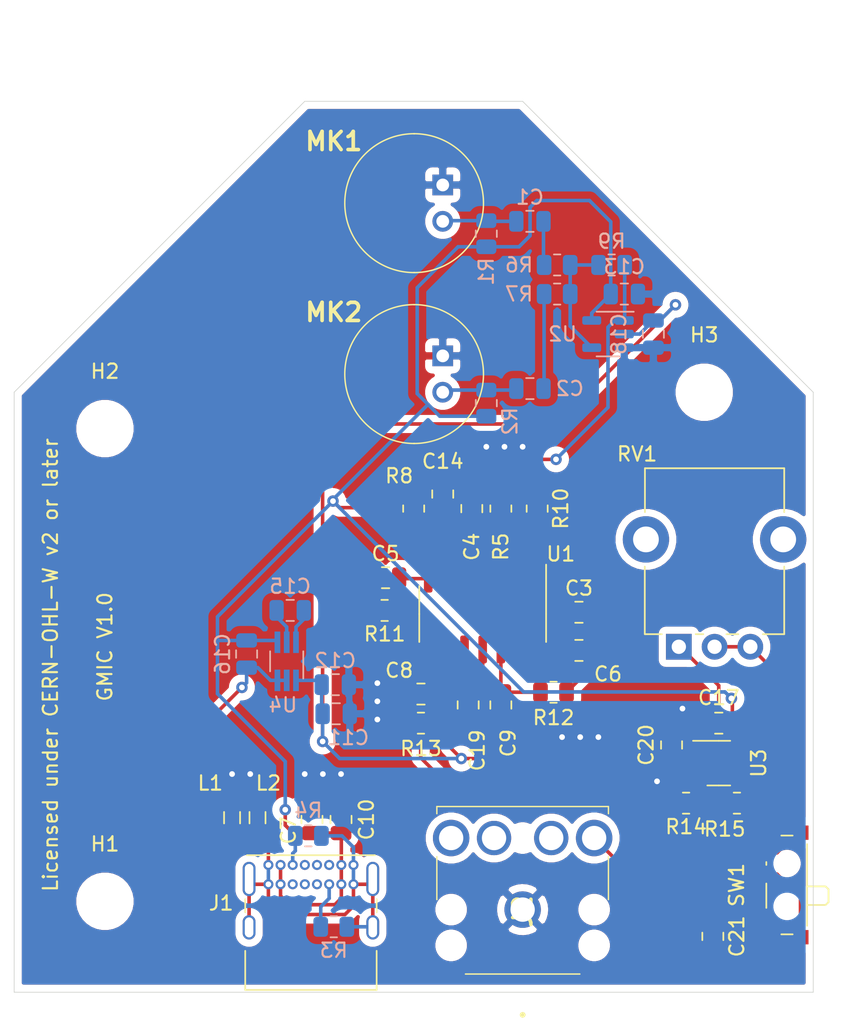
<source format=kicad_pcb>
(kicad_pcb (version 20171130) (host pcbnew "(5.1.10)-1")
  (title_block (title Gmic) (date 2020-04-26) (rev V1.0) (company "Guillaume Guillet") (comment 1 "Copyright Guillaume Guillet 2022") (comment 2 "Licensed under CERN-OHL-W v2 or later"))
  (layers (0 F.Cu signal) (31 B.Cu signal) (34 B.Paste user) (35 F.Paste user) (36 B.SilkS user) (37 F.SilkS user) (38 B.Mask user) (39 F.Mask user) (44 Edge.Cuts user))
  (net 0 "")
  (net 1 GND)
  (net 2 "Net-(C2-Pad2)")
  (net 3 +5V)
  (net 4 "Net-(C4-Pad2)")
  (net 5 "Net-(C5-Pad2)")
  (net 6 -5V)
  (net 7 "Net-(R10-Pad2)")
  (net 8 /AUDIO_1_IN)
  (net 9 "Net-(C1-Pad2)")
  (net 10 /AUDIO_2_IN)
  (net 11 "Net-(C3-Pad1)")
  (net 12 /AUDIO_PASS_LOW)
  (net 13 GNDA)
  (net 14 "Net-(C5-Pad1)")
  (net 15 "Net-(C6-Pad2)")
  (net 16 "Net-(C8-Pad1)")
  (net 17 "Net-(C9-Pad2)")
  (net 18 "Net-(C15-Pad1)")
  (net 19 "Net-(C15-Pad2)")
  (net 20 "Net-(J1-PadA5)")
  (net 21 "Net-(J1-PadA6)")
  (net 22 "Net-(J1-PadA7)")
  (net 23 "Net-(J1-PadA8)")
  (net 24 "Net-(J1-PadB7)")
  (net 25 "Net-(J1-PadB8)")
  (net 26 "Net-(J1-PadB5)")
  (net 27 "Net-(J1-PadB6)")
  (net 28 /AUDIO_AVERAGE)
  (net 29 "Net-(R6-Pad1)")
  (net 30 /AUDIO_PASS_HIGH)
  (net 31 "Net-(R14-Pad1)")
  (net 32 "Net-(R15-Pad1)")
  (net 33 /AUDIO_OUT)
  (net 34 "Net-(J2-Pad3)")
  (net 35 "Net-(J2-Pad10)")
  (net 36 "Net-(J2-Pad11)")
  (net 37 "Net-(C21-Pad1)")
  (net 38 "Net-(C21-Pad2)")
  (module Capacitor_SMD:C_0805_2012Metric (layer B.Cu) (at 84.328 99.822 180)
    (fp_text reference C1 (at 0 1.68) (layer B.SilkS) (effects (justify mirror)))
    (fp_text value 2.2uF)
    (pad 2 smd roundrect (at 0.95 0 180) (size 1 1.45) (layers B.Cu B.Paste B.Mask) (net 9 "Net-(C1-Pad2)"))
    (pad 1 smd roundrect (at -0.95 0 180) (size 1 1.45) (layers B.Cu B.Paste B.Mask) (net 8 /AUDIO_1_IN))
  )
  (module Capacitor_SMD:C_0805_2012Metric (layer B.Cu) (at 84.328 111.506 180)
    (fp_text reference C2 (at -2.794 0) (layer B.SilkS) (effects (justify mirror)))
    (fp_text value 2.2uF)
    (pad 1 smd roundrect (at -0.95 0 180) (size 1 1.45) (layers B.Cu B.Paste B.Mask) (net 10 /AUDIO_2_IN))
    (pad 2 smd roundrect (at 0.95 0 180) (size 1 1.45) (layers B.Cu B.Paste B.Mask) (net 2 "Net-(C2-Pad2)"))
  )
  (module Capacitor_SMD:C_0805_2012Metric (layer F.Cu) (at 87.757 127.127)
    (fp_text reference C3 (at 0 -1.68) (layer F.SilkS))
    (fp_text value 100nF)
    (pad 2 smd roundrect (at 0.95 0) (size 1 1.45) (layers F.Cu F.Paste F.Mask) (net 12 /AUDIO_PASS_LOW))
    (pad 1 smd roundrect (at -0.95 0) (size 1 1.45) (layers F.Cu F.Paste F.Mask) (net 11 "Net-(C3-Pad1)"))
  )
  (module Capacitor_SMD:C_0805_2012Metric (layer F.Cu) (at 80.264 119.888 270)
    (fp_text reference C4 (at 2.667 0 90) (layer F.SilkS))
    (fp_text value 100pF)
    (pad 2 smd roundrect (at 0.95 0 270) (size 1 1.45) (layers F.Cu F.Paste F.Mask) (net 4 "Net-(C4-Pad2)"))
    (pad 1 smd roundrect (at -0.95 0 270) (size 1 1.45) (layers F.Cu F.Paste F.Mask) (net 13 GNDA))
  )
  (module Capacitor_SMD:C_0805_2012Metric (layer F.Cu) (at 74.234 124.714)
    (fp_text reference C5 (at 0 -1.68) (layer F.SilkS))
    (fp_text value 100nF)
    (pad 1 smd roundrect (at -0.95 0) (size 1 1.45) (layers F.Cu F.Paste F.Mask) (net 14 "Net-(C5-Pad1)"))
    (pad 2 smd roundrect (at 0.95 0) (size 1 1.45) (layers F.Cu F.Paste F.Mask) (net 5 "Net-(C5-Pad2)"))
  )
  (module Capacitor_SMD:C_0805_2012Metric (layer F.Cu) (at 87.757 129.794)
    (fp_text reference C6 (at 2.032 1.651) (layer F.SilkS))
    (fp_text value 100pF)
    (pad 2 smd roundrect (at 0.95 0) (size 1 1.45) (layers F.Cu F.Paste F.Mask) (net 15 "Net-(C6-Pad2)"))
    (pad 1 smd roundrect (at -0.95 0) (size 1 1.45) (layers F.Cu F.Paste F.Mask) (net 12 /AUDIO_PASS_LOW))
  )
  (module Capacitor_SMD:C_0805_2012Metric (layer F.Cu) (at 69.088 141.605 90)
    (fp_text reference C7 (at -0.762 -1.651 270) (layer F.SilkS))
    (fp_text value 100nF)
    (pad 2 smd roundrect (at 0.95 0 90) (size 1 1.45) (layers F.Cu F.Paste F.Mask) (net 13 GNDA))
    (pad 1 smd roundrect (at -0.95 0 90) (size 1 1.45) (layers F.Cu F.Paste F.Mask) (net 3 +5V))
  )
  (module Capacitor_SMD:C_0805_2012Metric (layer F.Cu) (at 76.708 132.842 180)
    (fp_text reference C8 (at 1.524 1.651 180) (layer F.SilkS))
    (fp_text value 100nF)
    (pad 2 smd roundrect (at 0.95 0 180) (size 1 1.45) (layers F.Cu F.Paste F.Mask) (net 14 "Net-(C5-Pad1)"))
    (pad 1 smd roundrect (at -0.95 0 180) (size 1 1.45) (layers F.Cu F.Paste F.Mask) (net 16 "Net-(C8-Pad1)"))
  )
  (module Capacitor_SMD:C_0805_2012Metric (layer F.Cu) (at 82.296 133.604 90)
    (fp_text reference C9 (at -2.667 0.508 90) (layer F.SilkS))
    (fp_text value 100pF)
    (pad 1 smd roundrect (at -0.95 0 90) (size 1 1.45) (layers F.Cu F.Paste F.Mask) (net 13 GNDA))
    (pad 2 smd roundrect (at 0.95 0 90) (size 1 1.45) (layers F.Cu F.Paste F.Mask) (net 17 "Net-(C9-Pad2)"))
  )
  (module Capacitor_SMD:C_0805_2012Metric (layer B.Cu) (at 70.78214 134.21868 180)
    (fp_text reference C11 (at -0.84586 -1.67132) (layer B.SilkS) (effects (justify mirror)))
    (fp_text value 100nF)
    (pad 2 smd roundrect (at 0.95 0 180) (size 1 1.45) (layers B.Cu B.Paste B.Mask) (net 6 -5V))
    (pad 1 smd roundrect (at -0.95 0 180) (size 1 1.45) (layers B.Cu B.Paste B.Mask) (net 13 GNDA))
  )
  (module Capacitor_SMD:C_0805_2012Metric (layer B.Cu) (at 90.932 104.902)
    (fp_text reference C13 (at 0 -1.905) (layer B.SilkS) (effects (justify mirror)))
    (fp_text value 100nF)
    (pad 1 smd roundrect (at -0.95 0) (size 1 1.45) (layers B.Cu B.Paste B.Mask) (net 3 +5V))
    (pad 2 smd roundrect (at 0.95 0) (size 1 1.45) (layers B.Cu B.Paste B.Mask) (net 13 GNDA))
  )
  (module Capacitor_SMD:C_0805_2012Metric (layer F.Cu) (at 78.232 118.872 90)
    (fp_text reference C14 (at 2.286 0 180) (layer F.SilkS))
    (fp_text value 100nF)
    (pad 2 smd roundrect (at 0.95 0 90) (size 1 1.45) (layers F.Cu F.Paste F.Mask) (net 13 GNDA))
    (pad 1 smd roundrect (at -0.95 0 90) (size 1 1.45) (layers F.Cu F.Paste F.Mask) (net 3 +5V))
  )
  (module Capacitor_SMD:C_0805_2012Metric (layer F.Cu) (at 97.536 134.874 180)
    (fp_text reference C17 (at 0 1.778) (layer F.SilkS))
    (fp_text value 100nF)
    (pad 1 smd roundrect (at -0.95 0 180) (size 1 1.45) (layers F.Cu F.Paste F.Mask) (net 3 +5V))
    (pad 2 smd roundrect (at 0.95 0 180) (size 1 1.45) (layers F.Cu F.Paste F.Mask) (net 13 GNDA))
  )
  (module Capacitor_SMD:C_0805_2012Metric (layer B.Cu) (at 92.964 107.696 90)
    (fp_text reference C18 (at 0 -2.413 90) (layer B.SilkS) (effects (justify mirror)))
    (fp_text value 100nF)
    (pad 1 smd roundrect (at -0.95 0 90) (size 1 1.45) (layers B.Cu B.Paste B.Mask) (net 13 GNDA))
    (pad 2 smd roundrect (at 0.95 0 90) (size 1 1.45) (layers B.Cu B.Paste B.Mask) (net 6 -5V))
  )
  (module Capacitor_SMD:C_0805_2012Metric (layer F.Cu) (at 80.01 133.604 90)
    (fp_text reference C19 (at -3.175 0.635 90) (layer F.SilkS))
    (fp_text value 100nF)
    (pad 1 smd roundrect (at -0.95 0 90) (size 1 1.45) (layers F.Cu F.Paste F.Mask) (net 13 GNDA))
    (pad 2 smd roundrect (at 0.95 0 90) (size 1 1.45) (layers F.Cu F.Paste F.Mask) (net 6 -5V))
  )
  (module Capacitor_SMD:C_0805_2012Metric (layer F.Cu) (at 94.234 136.398 270)
    (fp_text reference C20 (at 0 1.778 90) (layer F.SilkS))
    (fp_text value 100nF)
    (pad 1 smd roundrect (at -0.95 0 270) (size 1 1.45) (layers F.Cu F.Paste F.Mask) (net 13 GNDA))
    (pad 2 smd roundrect (at 0.95 0 270) (size 1 1.45) (layers F.Cu F.Paste F.Mask) (net 6 -5V))
  )
  (module Connector_USB:USB_C_Receptacle_GCT_USB4085 (layer F.Cu) (at 66.04 144.78)
    (fp_text reference J1 (at -3.302 2.667) (layer F.SilkS))
    (fp_text value USB4085-GF-A)
    (pad A1 thru_hole circle (at 0 0) (size 0.7 0.7) (drill 0.4) (layers *.Cu *.Mask) (net 1 GND))
    (pad A4 thru_hole circle (at 0.85 0) (size 0.7 0.7) (drill 0.4) (layers *.Cu *.Mask) (net 3 +5V))
    (pad A5 thru_hole circle (at 1.7 0) (size 0.7 0.7) (drill 0.4) (layers *.Cu *.Mask) (net 20 "Net-(J1-PadA5)"))
    (pad A6 thru_hole circle (at 2.55 0) (size 0.7 0.7) (drill 0.4) (layers *.Cu *.Mask) (net 21 "Net-(J1-PadA6)"))
    (pad A7 thru_hole circle (at 3.4 0) (size 0.7 0.7) (drill 0.4) (layers *.Cu *.Mask) (net 22 "Net-(J1-PadA7)"))
    (pad A8 thru_hole circle (at 4.25 0) (size 0.7 0.7) (drill 0.4) (layers *.Cu *.Mask) (net 23 "Net-(J1-PadA8)"))
    (pad A9 thru_hole circle (at 5.1 0) (size 0.7 0.7) (drill 0.4) (layers *.Cu *.Mask) (net 3 +5V))
    (pad A12 thru_hole circle (at 5.95 0) (size 0.7 0.7) (drill 0.4) (layers *.Cu *.Mask) (net 1 GND))
    (pad B9 thru_hole circle (at 0.85 1.35) (size 0.7 0.7) (drill 0.4) (layers *.Cu *.Mask) (net 3 +5V))
    (pad B7 thru_hole circle (at 2.55 1.35) (size 0.7 0.7) (drill 0.4) (layers *.Cu *.Mask) (net 24 "Net-(J1-PadB7)"))
    (pad B8 thru_hole circle (at 1.7 1.35) (size 0.7 0.7) (drill 0.4) (layers *.Cu *.Mask) (net 25 "Net-(J1-PadB8)"))
    (pad B12 thru_hole circle (at 0 1.35) (size 0.7 0.7) (drill 0.4) (layers *.Cu *.Mask) (net 1 GND))
    (pad B5 thru_hole circle (at 4.25 1.35) (size 0.7 0.7) (drill 0.4) (layers *.Cu *.Mask) (net 26 "Net-(J1-PadB5)"))
    (pad B4 thru_hole circle (at 5.1 1.35) (size 0.7 0.7) (drill 0.4) (layers *.Cu *.Mask) (net 3 +5V))
    (pad B1 thru_hole circle (at 5.95 1.35) (size 0.7 0.7) (drill 0.4) (layers *.Cu *.Mask) (net 1 GND))
    (pad B6 thru_hole circle (at 3.4 1.35) (size 0.7 0.7) (drill 0.4) (layers *.Cu *.Mask) (net 27 "Net-(J1-PadB6)"))
    (pad S1 thru_hole oval (at -1.35 0.98) (size 0.9 2.4) (drill oval 0.6 2.1) (layers *.Cu *.Mask) (net 1 GND))
    (pad S1 thru_hole oval (at 7.3 0.98) (size 0.9 2.4) (drill oval 0.6 2.1) (layers *.Cu *.Mask) (net 1 GND))
    (pad S1 thru_hole oval (at -1.35 4.36) (size 0.9 1.7) (drill oval 0.6 1.4) (layers *.Cu *.Mask) (net 1 GND))
    (pad S1 thru_hole oval (at 7.3 4.36) (size 0.9 1.7) (drill oval 0.6 1.4) (layers *.Cu *.Mask) (net 1 GND))
  )
  (module SJ13523N:SJ13523N (layer F.Cu) (at 83.82 152.4 90)
    (fp_text reference J2 (at 4.375 0 90) (layer F.SilkS) (effects (font (size 1.27 1.27) (thickness 0.254))))
    (fp_text value SJ1-3523N hide)
    (pad 1 thru_hole circle (at 4.5 0 90) (size 2.55 2.55) (drill 1.7) (layers *.Cu *.Mask) (net 13 GNDA))
    (pad 2 thru_hole circle (at 9.5 5 90) (size 2.55 2.55) (drill 1.7) (layers *.Cu *.Mask) (net 37 "Net-(C21-Pad1)"))
    (pad 3 thru_hole circle (at 9.5 -5 90) (size 2.55 2.55) (drill 1.7) (layers *.Cu *.Mask) (net 34 "Net-(J2-Pad3)"))
    (pad 10 thru_hole circle (at 9.5 2 90) (size 2.4 2.4) (drill 1.7) (layers *.Cu *.Mask) (net 35 "Net-(J2-Pad10)"))
    (pad 11 thru_hole circle (at 9.5 -2 90) (size 2.4 2.4) (drill 1.7) (layers *.Cu *.Mask) (net 36 "Net-(J2-Pad11)"))
    (pad MH1 np_thru_hole circle (at 2 -5 90) (size 1.2 0) (drill 1.2) (layers *.Cu *.Mask))
    (pad MH2 np_thru_hole circle (at 4.5 -5 90) (size 1.2 0) (drill 1.2) (layers *.Cu *.Mask))
    (pad MH3 np_thru_hole circle (at 9.5 0 90) (size 1.2 0) (drill 1.2) (layers *.Cu *.Mask))
    (pad MH4 np_thru_hole circle (at 2 5 90) (size 1.2 0) (drill 1.2) (layers *.Cu *.Mask))
    (pad MH5 np_thru_hole circle (at 4.5 5 90) (size 1.2 0) (drill 1.2) (layers *.Cu *.Mask))
  )
  (module Inductor_SMD:L_0805_2012Metric (layer F.Cu) (at 63.5 141.478 90)
    (fp_text reference L1 (at 2.413 -1.524 180) (layer F.SilkS))
    (fp_text value BLM21PG331SN1D)
    (pad 2 smd roundrect (at 1.0625 0 90) (size 0.875 1.2) (layers F.Cu F.Paste F.Mask) (net 13 GNDA))
    (pad 1 smd roundrect (at -1.0625 0 90) (size 0.875 1.2) (layers F.Cu F.Paste F.Mask) (net 1 GND))
  )
  (module Inductor_SMD:L_0805_2012Metric (layer F.Cu) (at 65.278 141.478 90)
    (fp_text reference L2 (at 2.413 0.762 180) (layer F.SilkS))
    (fp_text value BLM21PG331SN1D)
    (pad 1 smd roundrect (at -1.0625 0 90) (size 0.875 1.2) (layers F.Cu F.Paste F.Mask) (net 1 GND))
    (pad 2 smd roundrect (at 1.0625 0 90) (size 0.875 1.2) (layers F.Cu F.Paste F.Mask) (net 13 GNDA))
  )
  (module CMC974544P:CMC974544P (layer F.Cu) (at 78.232 97.282)
    (fp_text reference MK1 (at -7.62 -3.048) (layer F.SilkS) (effects (font (size 1.27 1.27) (thickness 0.254))))
    (fp_text value CMC-9745-44P hide)
    (pad 1 thru_hole rect (at 0 0) (size 1.446 1.446) (drill 0.89) (layers *.Cu *.Mask) (net 13 GNDA))
    (pad 2 thru_hole circle (at 0 2.54) (size 1.446 1.446) (drill 0.89) (layers *.Cu *.Mask) (net 9 "Net-(C1-Pad2)"))
  )
  (module CMC974544P:CMC974544P (layer F.Cu) (at 78.232 109.22)
    (fp_text reference MK2 (at -7.62 -3.048) (layer F.SilkS) (effects (font (size 1.27 1.27) (thickness 0.254))))
    (fp_text value CMC-9745-44P hide)
    (pad 2 thru_hole circle (at 0 2.54) (size 1.446 1.446) (drill 0.89) (layers *.Cu *.Mask) (net 2 "Net-(C2-Pad2)"))
    (pad 1 thru_hole rect (at 0 0) (size 1.446 1.446) (drill 0.89) (layers *.Cu *.Mask) (net 13 GNDA))
  )
  (module Resistor_SMD:R_0805_2012Metric (layer B.Cu) (at 81.28 100.6875 90)
    (fp_text reference R1 (at -2.6435 0 90) (layer B.SilkS) (effects (justify mirror)))
    (fp_text value 2.2k)
    (pad 2 smd roundrect (at 0.9125 0 90) (size 1.025 1.4) (layers B.Cu B.Paste B.Mask) (roundrect_rratio 0.2439014634146341) (net 9 "Net-(C1-Pad2)"))
    (pad 1 smd roundrect (at -0.9125 0 90) (size 1.025 1.4) (layers B.Cu B.Paste B.Mask) (roundrect_rratio 0.2439014634146341) (net 3 +5V))
  )
  (module Resistor_SMD:R_0805_2012Metric (layer B.Cu) (at 81.28 112.522 90)
    (fp_text reference R2 (at -1.27 1.65 270) (layer B.SilkS) (effects (justify mirror)))
    (fp_text value 2.2k)
    (pad 1 smd roundrect (at -0.9125 0 90) (size 1.025 1.4) (layers B.Cu B.Paste B.Mask) (roundrect_rratio 0.2439014634146341) (net 3 +5V))
    (pad 2 smd roundrect (at 0.9125 0 90) (size 1.025 1.4) (layers B.Cu B.Paste B.Mask) (roundrect_rratio 0.2439014634146341) (net 2 "Net-(C2-Pad2)"))
  )
  (module Resistor_SMD:R_0805_2012Metric (layer B.Cu) (at 70.612 149.098)
    (fp_text reference R3 (at 0 1.65) (layer B.SilkS) (effects (justify mirror)))
    (fp_text value 5.1k)
    (pad 2 smd roundrect (at 0.9125 0) (size 1.025 1.4) (layers B.Cu B.Paste B.Mask) (roundrect_rratio 0.2439014634146341) (net 1 GND))
    (pad 1 smd roundrect (at -0.9125 0) (size 1.025 1.4) (layers B.Cu B.Paste B.Mask) (roundrect_rratio 0.2439014634146341) (net 26 "Net-(J1-PadB5)"))
  )
  (module Resistor_SMD:R_0805_2012Metric (layer B.Cu) (at 68.834 142.748)
    (fp_text reference R4 (at 0 -1.778) (layer B.SilkS) (effects (justify mirror)))
    (fp_text value 5.1k)
    (pad 1 smd roundrect (at -0.9125 0) (size 1.025 1.4) (layers B.Cu B.Paste B.Mask) (roundrect_rratio 0.2439014634146341) (net 20 "Net-(J1-PadA5)"))
    (pad 2 smd roundrect (at 0.9125 0) (size 1.025 1.4) (layers B.Cu B.Paste B.Mask) (roundrect_rratio 0.2439014634146341) (net 1 GND))
  )
  (module Resistor_SMD:R_0805_2012Metric (layer F.Cu) (at 82.296 119.888 90)
    (fp_text reference R5 (at -2.667 0 90) (layer F.SilkS))
    (fp_text value 80k)
    (pad 2 smd roundrect (at 0.9125 0 90) (size 1.025 1.4) (layers F.Cu F.Paste F.Mask) (roundrect_rratio 0.2439014634146341) (net 28 /AUDIO_AVERAGE))
    (pad 1 smd roundrect (at -0.9125 0 90) (size 1.025 1.4) (layers F.Cu F.Paste F.Mask) (roundrect_rratio 0.2439014634146341) (net 4 "Net-(C4-Pad2)"))
  )
  (module Resistor_SMD:R_0805_2012Metric (layer B.Cu) (at 86.233 102.87 180)
    (fp_text reference R6 (at 2.667 0) (layer B.SilkS) (effects (justify mirror)))
    (fp_text value 2.2k)
    (pad 1 smd roundrect (at -0.9125 0 180) (size 1.025 1.4) (layers B.Cu B.Paste B.Mask) (roundrect_rratio 0.2439014634146341) (net 29 "Net-(R6-Pad1)"))
    (pad 2 smd roundrect (at 0.9125 0 180) (size 1.025 1.4) (layers B.Cu B.Paste B.Mask) (roundrect_rratio 0.2439014634146341) (net 8 /AUDIO_1_IN))
  )
  (module Resistor_SMD:R_0805_2012Metric (layer B.Cu) (at 86.233 104.902 180)
    (fp_text reference R7 (at 2.667 0) (layer B.SilkS) (effects (justify mirror)))
    (fp_text value 2.2k)
    (pad 2 smd roundrect (at 0.9125 0 180) (size 1.025 1.4) (layers B.Cu B.Paste B.Mask) (roundrect_rratio 0.2439014634146341) (net 10 /AUDIO_2_IN))
    (pad 1 smd roundrect (at -0.9125 0 180) (size 1.025 1.4) (layers B.Cu B.Paste B.Mask) (roundrect_rratio 0.2439014634146341) (net 29 "Net-(R6-Pad1)"))
  )
  (module Resistor_SMD:R_0805_2012Metric (layer F.Cu) (at 76.2 119.888 270)
    (fp_text reference R8 (at -2.286 1.016 180) (layer F.SilkS))
    (fp_text value 80k)
    (pad 1 smd roundrect (at -0.9125 0 270) (size 1.025 1.4) (layers F.Cu F.Paste F.Mask) (roundrect_rratio 0.2439014634146341) (net 13 GNDA))
    (pad 2 smd roundrect (at 0.9125 0 270) (size 1.025 1.4) (layers F.Cu F.Paste F.Mask) (roundrect_rratio 0.2439014634146341) (net 11 "Net-(C3-Pad1)"))
  )
  (module Resistor_SMD:R_0805_2012Metric (layer B.Cu) (at 90.043 102.87 180)
    (fp_text reference R9 (at 0 1.65) (layer B.SilkS) (effects (justify mirror)))
    (fp_text value 100k)
    (pad 1 smd roundrect (at -0.9125 0 180) (size 1.025 1.4) (layers B.Cu B.Paste B.Mask) (roundrect_rratio 0.2439014634146341) (net 28 /AUDIO_AVERAGE))
    (pad 2 smd roundrect (at 0.9125 0 180) (size 1.025 1.4) (layers B.Cu B.Paste B.Mask) (roundrect_rratio 0.2439014634146341) (net 29 "Net-(R6-Pad1)"))
  )
  (module Resistor_SMD:R_0805_2012Metric (layer F.Cu) (at 84.836 119.888 270)
    (fp_text reference R10 (at 0 -1.65 90) (layer F.SilkS))
    (fp_text value 80k)
    (pad 1 smd roundrect (at -0.9125 0 270) (size 1.025 1.4) (layers F.Cu F.Paste F.Mask) (roundrect_rratio 0.2439014634146341) (net 15 "Net-(C6-Pad2)"))
    (pad 2 smd roundrect (at 0.9125 0 270) (size 1.025 1.4) (layers F.Cu F.Paste F.Mask) (roundrect_rratio 0.2439014634146341) (net 7 "Net-(R10-Pad2)"))
  )
  (module Resistor_SMD:R_0805_2012Metric (layer F.Cu) (at 74.168 127 180)
    (fp_text reference R11 (at 0 -1.65) (layer F.SilkS))
    (fp_text value 80k)
    (pad 2 smd roundrect (at 0.9125 0 180) (size 1.025 1.4) (layers F.Cu F.Paste F.Mask) (roundrect_rratio 0.2439014634146341) (net 14 "Net-(C5-Pad1)"))
    (pad 1 smd roundrect (at -0.9125 0 180) (size 1.025 1.4) (layers F.Cu F.Paste F.Mask) (roundrect_rratio 0.2439014634146341) (net 30 /AUDIO_PASS_HIGH))
  )
  (module Resistor_SMD:R_0805_2012Metric (layer F.Cu) (at 85.979 132.715)
    (fp_text reference R12 (at 0 1.778) (layer F.SilkS))
    (fp_text value 80k)
    (pad 1 smd roundrect (at -0.9125 0) (size 1.025 1.4) (layers F.Cu F.Paste F.Mask) (roundrect_rratio 0.2439014634146341) (net 17 "Net-(C9-Pad2)"))
    (pad 2 smd roundrect (at 0.9125 0) (size 1.025 1.4) (layers F.Cu F.Paste F.Mask) (roundrect_rratio 0.2439014634146341) (net 15 "Net-(C6-Pad2)"))
  )
  (module Resistor_SMD:R_0805_2012Metric (layer F.Cu) (at 76.708 134.874)
    (fp_text reference R13 (at 0 1.778) (layer F.SilkS))
    (fp_text value 80k)
    (pad 2 smd roundrect (at 0.9125 0) (size 1.025 1.4) (layers F.Cu F.Paste F.Mask) (roundrect_rratio 0.2439014634146341) (net 16 "Net-(C8-Pad1)"))
    (pad 1 smd roundrect (at -0.9125 0) (size 1.025 1.4) (layers F.Cu F.Paste F.Mask) (roundrect_rratio 0.2439014634146341) (net 13 GNDA))
  )
  (module Resistor_SMD:R_0805_2012Metric (layer F.Cu) (at 95.25 140.462 180)
    (fp_text reference R14 (at 0 -1.65) (layer F.SilkS))
    (fp_text value 100k)
    (pad 1 smd roundrect (at -0.9125 0 180) (size 1.025 1.4) (layers F.Cu F.Paste F.Mask) (roundrect_rratio 0.2439014634146341) (net 31 "Net-(R14-Pad1)"))
    (pad 2 smd roundrect (at 0.9125 0 180) (size 1.025 1.4) (layers F.Cu F.Paste F.Mask) (roundrect_rratio 0.2439014634146341) (net 30 /AUDIO_PASS_HIGH))
  )
  (module Resistor_SMD:R_0805_2012Metric (layer F.Cu) (at 98.806 140.462 180)
    (fp_text reference R15 (at 0.856 -1.818) (layer F.SilkS))
    (fp_text value 80k)
    (pad 2 smd roundrect (at 0.9125 0 180) (size 1.025 1.4) (layers F.Cu F.Paste F.Mask) (roundrect_rratio 0.2439014634146341) (net 31 "Net-(R14-Pad1)"))
    (pad 1 smd roundrect (at -0.9125 0 180) (size 1.025 1.4) (layers F.Cu F.Paste F.Mask) (roundrect_rratio 0.2439014634146341) (net 32 "Net-(R15-Pad1)"))
  )
  (module Button_Switch_SMD:SW_SPDT_PCM12 (layer F.Cu) (at 101.981 146.177 90)
    (fp_text reference SW1 (at 0 -3.2 90) (layer F.SilkS))
    (fp_text value PCM12SMTR)
    (pad "" np_thru_hole circle (at -1.5 0.33 90) (size 0.9 0.9) (drill 0.9) (layers *.Cu *.Mask))
    (pad "" np_thru_hole circle (at 1.5 0.33 90) (size 0.9 0.9) (drill 0.9) (layers *.Cu *.Mask))
    (pad 1 smd rect (at -2.25 -1.43 90) (size 0.7 1.5) (layers F.Cu F.Paste F.Mask) (net 33 /AUDIO_OUT))
    (pad 2 smd rect (at 0.75 -1.43 90) (size 0.7 1.5) (layers F.Cu F.Paste F.Mask) (net 38 "Net-(C21-Pad2)"))
    (pad 3 smd rect (at 2.25 -1.43 90) (size 0.7 1.5) (layers F.Cu F.Paste F.Mask) (net 13 GNDA))
    (pad "" smd rect (at -3.65 1.43 90) (size 1 0.8) (layers F.Cu F.Paste F.Mask))
    (pad "" smd rect (at 3.65 1.43 90) (size 1 0.8) (layers F.Cu F.Paste F.Mask))
    (pad "" smd rect (at 3.65 -0.78 90) (size 1 0.8) (layers F.Cu F.Paste F.Mask))
    (pad "" smd rect (at -3.65 -0.78 90) (size 1 0.8) (layers F.Cu F.Paste F.Mask))
  )
  (module Package_SO:SOIC-14_3.9x8.7mm_P1.27mm (layer F.Cu) (at 81.026 127.254 270)
    (fp_text reference U1 (at -4.191 -5.461 180) (layer F.SilkS))
    (fp_text value MCP6479)
    (pad 1 smd roundrect (at -2.475 -3.81 270) (size 1.95 0.6) (layers F.Cu F.Paste F.Mask) (net 7 "Net-(R10-Pad2)"))
    (pad 2 smd roundrect (at -2.475 -2.54 270) (size 1.95 0.6) (layers F.Cu F.Paste F.Mask) (net 7 "Net-(R10-Pad2)"))
    (pad 3 smd roundrect (at -2.475 -1.27 270) (size 1.95 0.6) (layers F.Cu F.Paste F.Mask) (net 4 "Net-(C4-Pad2)"))
    (pad 4 smd roundrect (at -2.475 0 270) (size 1.95 0.6) (layers F.Cu F.Paste F.Mask) (net 3 +5V))
    (pad 5 smd roundrect (at -2.475 1.27 270) (size 1.95 0.6) (layers F.Cu F.Paste F.Mask) (net 11 "Net-(C3-Pad1)"))
    (pad 6 smd roundrect (at -2.475 2.54 270) (size 1.95 0.6) (layers F.Cu F.Paste F.Mask) (net 5 "Net-(C5-Pad2)"))
    (pad 7 smd roundrect (at -2.475 3.81 270) (size 1.95 0.6) (layers F.Cu F.Paste F.Mask) (net 5 "Net-(C5-Pad2)"))
    (pad 8 smd roundrect (at 2.475 3.81 270) (size 1.95 0.6) (layers F.Cu F.Paste F.Mask) (net 30 /AUDIO_PASS_HIGH))
    (pad 9 smd roundrect (at 2.475 2.54 270) (size 1.95 0.6) (layers F.Cu F.Paste F.Mask) (net 30 /AUDIO_PASS_HIGH))
    (pad 10 smd roundrect (at 2.475 1.27 270) (size 1.95 0.6) (layers F.Cu F.Paste F.Mask) (net 16 "Net-(C8-Pad1)"))
    (pad 11 smd roundrect (at 2.475 0 270) (size 1.95 0.6) (layers F.Cu F.Paste F.Mask) (net 6 -5V))
    (pad 12 smd roundrect (at 2.475 -1.27 270) (size 1.95 0.6) (layers F.Cu F.Paste F.Mask) (net 17 "Net-(C9-Pad2)"))
    (pad 13 smd roundrect (at 2.475 -2.54 270) (size 1.95 0.6) (layers F.Cu F.Paste F.Mask) (net 12 /AUDIO_PASS_LOW))
    (pad 14 smd roundrect (at 2.475 -3.81 270) (size 1.95 0.6) (layers F.Cu F.Paste F.Mask) (net 12 /AUDIO_PASS_LOW))
  )
  (module Package_TO_SOT_SMD:SOT-23-5 (layer B.Cu) (at 89.789 107.696 180)
    (fp_text reference U2 (at 3.175 0) (layer B.SilkS) (effects (justify mirror)))
    (fp_text value AD8531)
    (pad 1 smd roundrect (at -1.1375 0.95 180) (size 1.325 0.6) (layers B.Cu B.Paste B.Mask) (net 28 /AUDIO_AVERAGE))
    (pad 2 smd roundrect (at -1.1375 0 180) (size 1.325 0.6) (layers B.Cu B.Paste B.Mask) (net 6 -5V))
    (pad 3 smd roundrect (at -1.1375 -0.95 180) (size 1.325 0.6) (layers B.Cu B.Paste B.Mask) (net 13 GNDA))
    (pad 4 smd roundrect (at 1.1375 -0.95 180) (size 1.325 0.6) (layers B.Cu B.Paste B.Mask) (net 29 "Net-(R6-Pad1)"))
    (pad 5 smd roundrect (at 1.1375 0.95 180) (size 1.325 0.6) (layers B.Cu B.Paste B.Mask) (net 3 +5V))
  )
  (module Package_TO_SOT_SMD:SOT-23-5 (layer F.Cu) (at 97.536 137.668)
    (fp_text reference U3 (at 2.794 0 90) (layer F.SilkS))
    (fp_text value AD8531)
    (pad 5 smd roundrect (at 1.1375 -0.95) (size 1.325 0.6) (layers F.Cu F.Paste F.Mask) (net 3 +5V))
    (pad 4 smd roundrect (at 1.1375 0.95) (size 1.325 0.6) (layers F.Cu F.Paste F.Mask) (net 31 "Net-(R14-Pad1)"))
    (pad 3 smd roundrect (at -1.1375 0.95) (size 1.325 0.6) (layers F.Cu F.Paste F.Mask) (net 13 GNDA))
    (pad 2 smd roundrect (at -1.1375 0) (size 1.325 0.6) (layers F.Cu F.Paste F.Mask) (net 6 -5V))
    (pad 1 smd roundrect (at -1.1375 -0.95) (size 1.325 0.6) (layers F.Cu F.Paste F.Mask) (net 33 /AUDIO_OUT))
  )
  (module Capacitor_SMD:C_0805_2012Metric (layer F.Cu) (at 71.12 141.605 90)
    (fp_text reference C10 (at 0 1.778 90) (layer F.SilkS))
    (fp_text value 1uF)
    (pad 2 smd roundrect (at 0.95 0 90) (size 1 1.45) (layers F.Cu F.Paste F.Mask) (net 13 GNDA))
    (pad 1 smd roundrect (at -0.95 0 90) (size 1 1.45) (layers F.Cu F.Paste F.Mask) (net 3 +5V))
  )
  (module Capacitor_SMD:C_0805_2012Metric (layer B.Cu) (at 70.71614 132.18668 180)
    (fp_text reference C12 (at 0 1.68) (layer B.SilkS) (effects (justify mirror)))
    (fp_text value 1uF)
    (pad 1 smd roundrect (at -0.95 0 180) (size 1 1.45) (layers B.Cu B.Paste B.Mask) (net 13 GNDA))
    (pad 2 smd roundrect (at 0.95 0 180) (size 1 1.45) (layers B.Cu B.Paste B.Mask) (net 6 -5V))
  )
  (module Capacitor_SMD:C_0805_2012Metric (layer B.Cu) (at 67.564 127 180)
    (fp_text reference C15 (at 0 1.68 180) (layer B.SilkS) (effects (justify mirror)))
    (fp_text value 1uF)
    (pad 2 smd roundrect (at 0.95 0 180) (size 1 1.45) (layers B.Cu B.Paste B.Mask) (net 19 "Net-(C15-Pad2)"))
    (pad 1 smd roundrect (at -0.95 0 180) (size 1 1.45) (layers B.Cu B.Paste B.Mask) (net 18 "Net-(C15-Pad1)"))
  )
  (module Capacitor_SMD:C_0805_2012Metric (layer B.Cu) (at 64.516 130.048 270)
    (fp_text reference C16 (at 0 1.68 270) (layer B.SilkS) (effects (justify mirror)))
    (fp_text value 1uF)
    (pad 1 smd roundrect (at -0.95 0 270) (size 1 1.45) (layers B.Cu B.Paste B.Mask) (net 3 +5V))
    (pad 2 smd roundrect (at 0.95 0 270) (size 1 1.45) (layers B.Cu B.Paste B.Mask) (net 1 GND))
  )
  (module Potentiometer_THT:Potentiometer_Alpha_RD901F-40-00D_Single_Vertical_CircularHoles (layer F.Cu) (at 94.742 129.54 90)
    (fp_text reference RV1 (at 13.462 -2.921) (layer F.SilkS))
    (fp_text value PTV09A-5025F-A503)
    (pad 1 thru_hole rect (at 0 0 180) (size 1.8 1.8) (drill 1) (layers *.Cu *.Mask) (net 33 /AUDIO_OUT))
    (pad 2 thru_hole circle (at 0 2.5 180) (size 1.8 1.8) (drill 1) (layers *.Cu *.Mask) (net 32 "Net-(R15-Pad1)"))
    (pad 3 thru_hole circle (at 0 5 180) (size 1.8 1.8) (drill 1) (layers *.Cu *.Mask) (net 32 "Net-(R15-Pad1)"))
    (pad "" thru_hole circle (at 7.5 7.3 180) (size 3.24 3.24) (drill 1.8) (layers *.Cu *.Mask))
    (pad "" thru_hole circle (at 7.5 -2.3 180) (size 3.24 3.24) (drill 1.8) (layers *.Cu *.Mask))
  )
  (module MountingHole:MountingHole_3mm (layer F.Cu) (at 54.61 147.32)
    (fp_text reference H1 (at 0 -4) (layer F.SilkS))
    (fp_text value MountingHole_3mm)
    (pad 1 np_thru_hole circle (at 0 0) (size 3 3) (drill 3) (layers *.Cu *.Mask))
  )
  (module MountingHole:MountingHole_3mm (layer F.Cu) (at 54.61 114.3)
    (fp_text reference H2 (at 0 -4) (layer F.SilkS))
    (fp_text value MountingHole_3mm)
    (pad 1 np_thru_hole circle (at 0 0) (size 3 3) (drill 3) (layers *.Cu *.Mask))
  )
  (module MountingHole:MountingHole_3mm (layer F.Cu) (at 96.52 111.76)
    (fp_text reference H3 (at 0 -4) (layer F.SilkS))
    (fp_text value MountingHole_3mm)
    (pad 1 np_thru_hole circle (at 0 0) (size 3 3) (drill 3) (layers *.Cu *.Mask))
  )
  (module Capacitor_SMD:C_0805_2012Metric (layer F.Cu) (at 97.12 149.77 270)
    (fp_text reference C21 (at 0 -1.68 90) (layer F.SilkS))
    (fp_text value NC)
    (pad 1 smd roundrect (at -0.95 0 270) (size 1 1.45) (layers F.Cu F.Paste F.Mask) (net 37 "Net-(C21-Pad1)"))
    (pad 2 smd roundrect (at 0.95 0 270) (size 1 1.45) (layers F.Cu F.Paste F.Mask) (net 38 "Net-(C21-Pad2)"))
  )
  (module Package_TO_SOT_SMD:SOT-363_SC-70-6_Handsoldering (layer B.Cu) (at 67.32 130.556 90)
    (fp_text reference U4 (at -3.048 -0.264 180) (layer B.SilkS) (effects (justify mirror)))
    (fp_text value MAX1852)
    (pad 1 smd rect (at -1.33 0.65 90) (size 1.5 0.4) (layers B.Cu B.Paste B.Mask) (net 6 -5V))
    (pad 2 smd rect (at -1.33 0 90) (size 1.5 0.4) (layers B.Cu B.Paste B.Mask) (net 1 GND))
    (pad 3 smd rect (at -1.33 -0.65 90) (size 1.5 0.4) (layers B.Cu B.Paste B.Mask) (net 1 GND))
    (pad 4 smd rect (at 1.33 -0.65 90) (size 1.5 0.4) (layers B.Cu B.Paste B.Mask) (net 3 +5V))
    (pad 5 smd rect (at 1.33 0 90) (size 1.5 0.4) (layers B.Cu B.Paste B.Mask) (net 19 "Net-(C15-Pad2)"))
    (pad 6 smd rect (at 1.33 0.65 90) (size 1.5 0.4) (layers B.Cu B.Paste B.Mask) (net 18 "Net-(C15-Pad1)"))
  )
  (gr_text GG (at 62.23 109.22) (layer F.Cu) (effects (font (size 1.5 1.5) (thickness 0.3))))
  (gr_text "Licensed under CERN-OHL-W v2 or later" (at 50.8 130.81 90) (layer F.SilkS) (effects (font (size 1 1))))
  (gr_text "GMIC V1.0" (at 54.61 129.54 90) (layer F.SilkS) (effects (font (size 1 1))))
  (gr_line (start 68.58 91.44) (end 48.26 111.76) (layer Edge.Cuts) (width 0.05))
  (gr_line (start 83.82 91.44) (end 104.14 111.76) (layer Edge.Cuts) (width 0.05))
  (gr_line (start 104.14 111.76) (end 104.14 153.67) (layer Edge.Cuts) (width 0.05))
  (gr_line (start 48.26 111.76) (end 48.26 153.67) (layer Edge.Cuts) (width 0.05))
  (gr_line (start 83.82 91.44) (end 68.58 91.44) (layer Edge.Cuts) (width 0.05))
  (gr_line (start 48.26 153.67) (end 104.14 153.67) (layer Edge.Cuts) (width 0.05))
  (segment (start 66.04 143.3025) (end 65.278 142.5405) (width 0.25) (layer F.Cu) (net 1))
  (segment (start 66.04 144.78) (end 66.04 143.3025) (width 0.25) (layer F.Cu) (net 1))
  (segment (start 65.278 142.5405) (end 63.5 142.5405) (width 0.25) (layer F.Cu) (net 1))
  (segment (start 65.06 146.13) (end 64.69 145.76) (width 0.25) (layer F.Cu) (net 1))
  (segment (start 66.04 146.13) (end 65.06 146.13) (width 0.25) (layer F.Cu) (net 1))
  (segment (start 64.69 149.14) (end 64.69 145.76) (width 0.25) (layer F.Cu) (net 1))
  (segment (start 73.34 145.76) (end 73.34 149.14) (width 0.25) (layer F.Cu) (net 1))
  (segment (start 72.97 146.13) (end 73.34 145.76) (width 0.25) (layer F.Cu) (net 1))
  (segment (start 71.99 146.13) (end 72.97 146.13) (width 0.25) (layer F.Cu) (net 1))
  (segment (start 69.7465 142.748) (end 71.18858 142.748) (width 0.25) (layer B.Cu) (net 1))
  (segment (start 71.99 143.54942) (end 71.99 144.78) (width 0.25) (layer B.Cu) (net 1))
  (segment (start 71.18858 142.748) (end 71.99 143.54942) (width 0.25) (layer B.Cu) (net 1))
  (segment (start 73.298 149.098) (end 73.34 149.14) (width 0.25) (layer B.Cu) (net 1))
  (segment (start 71.5245 149.098) (end 73.298 149.098) (width 0.25) (layer B.Cu) (net 1))
  (segment (start 71.99 146.13) (end 71.99 144.78) (width 0.25) (layer B.Cu) (net 1))
  (segment (start 66.04 144.78) (end 66.04 146.13) (width 0.25) (layer B.Cu) (net 1))
  (segment (start 66.04 147.4851) (end 66.04 146.13) (width 0.25) (layer F.Cu) (net 1))
  (segment (start 66.79692 148.24202) (end 66.04 147.4851) (width 0.25) (layer F.Cu) (net 1))
  (segment (start 71.39432 148.24202) (end 66.79692 148.24202) (width 0.25) (layer F.Cu) (net 1))
  (segment (start 71.99 147.64634) (end 71.39432 148.24202) (width 0.25) (layer F.Cu) (net 1))
  (segment (start 71.99 146.13) (end 71.99 147.64634) (width 0.25) (layer F.Cu) (net 1))
  (segment (start 62.53812 142.5405) (end 63.5 142.5405) (width 0.25) (layer F.Cu) (net 1))
  (segment (start 61.73978 141.74216) (end 62.53812 142.5405) (width 0.25) (layer F.Cu) (net 1))
  (segment (start 66.67 131.886) (end 67.32 131.886) (width 0.25) (layer B.Cu) (net 1))
  (segment (start 66.186 131.886) (end 66.67 131.886) (width 0.25) (layer B.Cu) (net 1))
  (segment (start 65.298 130.998) (end 66.186 131.886) (width 0.25) (layer B.Cu) (net 1))
  (segment (start 64.516 130.998) (end 65.298 130.998) (width 0.25) (layer B.Cu) (net 1))
  (via (at 64.19 132.38) (size 0.8) (drill 0.4) (layers F.Cu B.Cu) (net 1))
  (segment (start 64.516 132.054) (end 64.19 132.38) (width 0.25) (layer B.Cu) (net 1))
  (segment (start 64.516 130.998) (end 64.516 132.054) (width 0.25) (layer B.Cu) (net 1))
  (segment (start 64.19 132.38) (end 61.73978 134.83022) (width 0.25) (layer F.Cu) (net 1))
  (segment (start 61.73978 134.83022) (end 61.73978 141.74216) (width 0.25) (layer F.Cu) (net 1))
  (segment (start 78.8905 111.6095) (end 78.74 111.76) (width 0.25) (layer B.Cu) (net 2))
  (segment (start 83.2745 111.6095) (end 83.378 111.506) (width 0.25) (layer B.Cu) (net 2))
  (segment (start 81.28 111.6095) (end 83.2745 111.6095) (width 0.25) (layer B.Cu) (net 2))
  (segment (start 78.3825 111.6095) (end 78.232 111.76) (width 0.25) (layer B.Cu) (net 2))
  (segment (start 81.28 111.6095) (end 78.3825 111.6095) (width 0.25) (layer B.Cu) (net 2))
  (segment (start 78.232 119.822) (end 78.232 121.01322) (width 0.25) (layer F.Cu) (net 3))
  (segment (start 81.026 123.80722) (end 81.026 124.779) (width 0.25) (layer F.Cu) (net 3))
  (segment (start 78.232 121.01322) (end 81.026 123.80722) (width 0.25) (layer F.Cu) (net 3))
  (segment (start 81.28 113.4345) (end 78.0269 113.4345) (width 0.25) (layer B.Cu) (net 3))
  (segment (start 76.44638 111.85398) (end 76.44638 104.4575) (width 0.25) (layer B.Cu) (net 3))
  (segment (start 77.2033 112.6109) (end 76.44638 111.85398) (width 0.25) (layer B.Cu) (net 3))
  (segment (start 78.0269 113.4345) (end 77.2033 112.6109) (width 0.25) (layer B.Cu) (net 3))
  (segment (start 67.03314 140.73632) (end 67.21856 140.92174) (width 0.25) (layer B.Cu) (net 3))
  (via (at 67.21856 140.92174) (size 0.8) (drill 0.4) (layers F.Cu B.Cu) (net 3))
  (segment (start 71.12 142.555) (end 69.088 142.555) (width 0.25) (layer F.Cu) (net 3))
  (segment (start 69.088 142.555) (end 67.76978 142.555) (width 0.25) (layer F.Cu) (net 3))
  (segment (start 67.21856 142.00378) (end 67.21856 140.92174) (width 0.25) (layer F.Cu) (net 3))
  (segment (start 67.76978 142.555) (end 67.21856 142.00378) (width 0.25) (layer F.Cu) (net 3))
  (segment (start 66.89 144.78) (end 66.89 146.13) (width 0.25) (layer F.Cu) (net 3))
  (segment (start 66.89 146.13) (end 66.89 146.94318) (width 0.25) (layer F.Cu) (net 3))
  (segment (start 66.89 146.94318) (end 67.50304 147.55622) (width 0.25) (layer F.Cu) (net 3))
  (segment (start 67.50304 147.55622) (end 70.6882 147.55622) (width 0.25) (layer F.Cu) (net 3))
  (segment (start 71.14 147.10442) (end 71.14 146.13) (width 0.25) (layer F.Cu) (net 3))
  (segment (start 70.6882 147.55622) (end 71.14 147.10442) (width 0.25) (layer F.Cu) (net 3))
  (segment (start 71.14 146.13) (end 71.14 144.78) (width 0.25) (layer F.Cu) (net 3))
  (segment (start 71.14 142.575) (end 71.12 142.555) (width 0.25) (layer F.Cu) (net 3))
  (segment (start 71.14 144.78) (end 71.14 142.575) (width 0.25) (layer F.Cu) (net 3))
  (via (at 70.55715 119.36476) (size 0.8) (drill 0.4) (layers F.Cu B.Cu) (net 3))
  (segment (start 77.2033 112.6109) (end 70.55715 119.25705) (width 0.25) (layer B.Cu) (net 3))
  (segment (start 71.01439 119.822) (end 70.55715 119.36476) (width 0.25) (layer F.Cu) (net 3))
  (segment (start 70.55715 119.25705) (end 70.55715 119.36476) (width 0.25) (layer B.Cu) (net 3))
  (segment (start 62.48 127.44191) (end 70.55715 119.36476) (width 0.25) (layer B.Cu) (net 3))
  (segment (start 78.232 119.822) (end 71.01439 119.822) (width 0.25) (layer F.Cu) (net 3))
  (segment (start 79.30388 101.6) (end 76.44638 104.4575) (width 0.25) (layer B.Cu) (net 3))
  (segment (start 81.28 101.6) (end 79.30388 101.6) (width 0.25) (layer B.Cu) (net 3))
  (segment (start 84.81 98.37) (end 88.49448 98.37) (width 0.25) (layer B.Cu) (net 3))
  (segment (start 84.33816 98.84184) (end 84.81 98.37) (width 0.25) (layer B.Cu) (net 3))
  (segment (start 84.33816 100.82784) (end 84.33816 98.84184) (width 0.25) (layer B.Cu) (net 3))
  (segment (start 83.566 101.6) (end 84.33816 100.82784) (width 0.25) (layer B.Cu) (net 3))
  (segment (start 81.28 101.6) (end 83.566 101.6) (width 0.25) (layer B.Cu) (net 3))
  (segment (start 67.21856 140.92174) (end 67.21856 137.55856) (width 0.25) (layer B.Cu) (net 3))
  (segment (start 67.21856 137.55856) (end 62.48 132.82) (width 0.25) (layer B.Cu) (net 3))
  (segment (start 62.48 132.82) (end 62.48 129.12) (width 0.25) (layer B.Cu) (net 3))
  (segment (start 66.542 129.098) (end 66.67 129.226) (width 0.25) (layer B.Cu) (net 3))
  (segment (start 64.516 129.098) (end 66.542 129.098) (width 0.25) (layer B.Cu) (net 3))
  (segment (start 62.502 129.098) (end 62.48 129.12) (width 0.25) (layer B.Cu) (net 3))
  (segment (start 64.516 129.098) (end 62.502 129.098) (width 0.25) (layer B.Cu) (net 3))
  (segment (start 62.48 129.12) (end 62.48 127.44191) (width 0.25) (layer B.Cu) (net 3))
  (segment (start 83.88707 132.69468) (end 70.55715 119.36476) (width 0.25) (layer B.Cu) (net 3))
  (segment (start 97.9678 132.69468) (end 83.88707 132.69468) (width 0.25) (layer B.Cu) (net 3))
  (segment (start 88.6515 106.2325) (end 89.982 104.902) (width 0.25) (layer B.Cu) (net 3))
  (segment (start 88.6515 106.746) (end 88.6515 106.2325) (width 0.25) (layer B.Cu) (net 3))
  (segment (start 89.982 99.85752) (end 88.49448 98.37) (width 0.25) (layer B.Cu) (net 3))
  (segment (start 89.982 104.902) (end 89.982 99.85752) (width 0.25) (layer B.Cu) (net 3))
  (segment (start 97.9678 132.69468) (end 98.41738 133.14426) (width 0.25) (layer B.Cu) (net 3))
  (via (at 98.41738 133.14426) (size 0.8) (drill 0.4) (layers F.Cu B.Cu) (net 3))
  (segment (start 98.486 133.21288) (end 98.41738 133.14426) (width 0.25) (layer F.Cu) (net 3))
  (segment (start 98.486 134.874) (end 98.486 133.21288) (width 0.25) (layer F.Cu) (net 3))
  (segment (start 98.6735 135.0615) (end 98.486 134.874) (width 0.25) (layer F.Cu) (net 3))
  (segment (start 98.6735 136.718) (end 98.6735 135.0615) (width 0.25) (layer F.Cu) (net 3))
  (segment (start 82.296 120.8005) (end 82.296 124.779) (width 0.25) (layer F.Cu) (net 4))
  (segment (start 80.3015 120.8005) (end 80.264 120.838) (width 0.25) (layer F.Cu) (net 4))
  (segment (start 82.296 120.8005) (end 80.3015 120.8005) (width 0.25) (layer F.Cu) (net 4))
  (segment (start 78.486 124.779) (end 77.216 124.779) (width 0.25) (layer F.Cu) (net 5))
  (segment (start 75.249 124.779) (end 75.184 124.714) (width 0.25) (layer F.Cu) (net 5))
  (segment (start 77.216 124.779) (end 75.249 124.779) (width 0.25) (layer F.Cu) (net 5))
  (segment (start 81.026 131.638) (end 80.01 132.654) (width 0.25) (layer F.Cu) (net 6))
  (segment (start 81.026 129.729) (end 81.026 131.638) (width 0.25) (layer F.Cu) (net 6))
  (segment (start 94.234 137.348) (end 95.06716 137.348) (width 0.25) (layer F.Cu) (net 6))
  (segment (start 69.71914 132.13968) (end 69.76614 132.18668) (width 0.25) (layer B.Cu) (net 6))
  (segment (start 69.76614 134.15268) (end 69.83214 134.21868) (width 0.25) (layer B.Cu) (net 6))
  (segment (start 69.76614 132.18668) (end 69.76614 134.15268) (width 0.25) (layer B.Cu) (net 6))
  (segment (start 94.234 137.348) (end 79.5299 137.348) (width 0.25) (layer F.Cu) (net 6))
  (segment (start 69.83214 136.15408) (end 71.02606 137.348) (width 0.25) (layer B.Cu) (net 6))
  (segment (start 69.83214 134.21868) (end 69.83214 136.15408) (width 0.25) (layer B.Cu) (net 6))
  (via (at 69.83214 136.15408) (size 0.8) (drill 0.4) (layers F.Cu B.Cu) (net 6))
  (segment (start 78.71206 133.95194) (end 78.71206 136.53016) (width 0.25) (layer F.Cu) (net 6))
  (segment (start 78.71206 136.53016) (end 79.5299 137.348) (width 0.25) (layer F.Cu) (net 6))
  (segment (start 80.01 132.654) (end 78.71206 133.95194) (width 0.25) (layer F.Cu) (net 6))
  (via (at 79.5299 137.348) (size 0.8) (drill 0.4) (layers F.Cu B.Cu) (net 6))
  (segment (start 71.02606 137.348) (end 79.5299 137.348) (width 0.25) (layer B.Cu) (net 6))
  (segment (start 69.55882 132.394) (end 69.76614 132.18668) (width 0.25) (layer B.Cu) (net 6))
  (segment (start 69.46546 131.886) (end 69.76614 132.18668) (width 0.25) (layer B.Cu) (net 6))
  (segment (start 67.97 131.886) (end 69.46546 131.886) (width 0.25) (layer B.Cu) (net 6))
  (segment (start 92.014 107.696) (end 92.964 106.746) (width 0.25) (layer B.Cu) (net 6))
  (segment (start 90.9265 107.696) (end 92.014 107.696) (width 0.25) (layer B.Cu) (net 6))
  (segment (start 69.83214 117.57668) (end 69.83214 136.15408) (width 0.25) (layer F.Cu) (net 6))
  (segment (start 73.43013 113.97869) (end 69.83214 117.57668) (width 0.25) (layer F.Cu) (net 6))
  (segment (start 86.18347 113.97869) (end 73.43013 113.97869) (width 0.25) (layer F.Cu) (net 6))
  (via (at 94.50832 105.65384) (size 0.8) (drill 0.4) (layers F.Cu B.Cu) (net 6))
  (segment (start 86.18347 113.97869) (end 94.50832 105.65384) (width 0.25) (layer F.Cu) (net 6))
  (segment (start 93.41616 106.746) (end 94.50832 105.65384) (width 0.25) (layer B.Cu) (net 6))
  (segment (start 92.964 106.746) (end 93.41616 106.746) (width 0.25) (layer B.Cu) (net 6))
  (segment (start 95.38716 137.668) (end 95.06716 137.348) (width 0.25) (layer F.Cu) (net 6))
  (segment (start 96.3985 137.668) (end 95.38716 137.668) (width 0.25) (layer F.Cu) (net 6))
  (segment (start 84.836 120.8005) (end 84.836 124.779) (width 0.25) (layer F.Cu) (net 7))
  (segment (start 83.566 124.779) (end 84.836 124.779) (width 0.25) (layer F.Cu) (net 7))
  (segment (start 85.278 102.8275) (end 85.3205 102.87) (width 0.25) (layer B.Cu) (net 8))
  (segment (start 85.278 99.822) (end 85.278 102.8275) (width 0.25) (layer B.Cu) (net 8))
  (segment (start 81.327 99.822) (end 81.28 99.775) (width 0.25) (layer B.Cu) (net 9))
  (segment (start 83.378 99.822) (end 81.327 99.822) (width 0.25) (layer B.Cu) (net 9))
  (segment (start 78.279 99.775) (end 78.232 99.822) (width 0.25) (layer B.Cu) (net 9))
  (segment (start 81.28 99.775) (end 78.279 99.775) (width 0.25) (layer B.Cu) (net 9))
  (segment (start 85.3205 111.4635) (end 85.278 111.506) (width 0.25) (layer B.Cu) (net 10))
  (segment (start 85.3205 104.902) (end 85.3205 111.4635) (width 0.25) (layer B.Cu) (net 10))
  (segment (start 79.756 124.779) (end 79.756 123.74118) (width 0.25) (layer F.Cu) (net 11))
  (segment (start 76.81532 120.8005) (end 76.2 120.8005) (width 0.25) (layer F.Cu) (net 11))
  (segment (start 79.756 123.74118) (end 76.81532 120.8005) (width 0.25) (layer F.Cu) (net 11))
  (segment (start 86.807 127.127) (end 80.56372 127.127) (width 0.25) (layer F.Cu) (net 11))
  (segment (start 79.756 126.31928) (end 79.756 124.779) (width 0.25) (layer F.Cu) (net 11))
  (segment (start 80.56372 127.127) (end 79.756 126.31928) (width 0.25) (layer F.Cu) (net 11))
  (segment (start 88.707 127.894) (end 86.807 129.794) (width 0.25) (layer F.Cu) (net 12))
  (segment (start 88.707 127.127) (end 88.707 127.894) (width 0.25) (layer F.Cu) (net 12))
  (segment (start 83.566 129.729) (end 84.836 129.729) (width 0.25) (layer F.Cu) (net 12))
  (segment (start 86.742 129.729) (end 86.807 129.794) (width 0.25) (layer F.Cu) (net 12))
  (segment (start 84.836 129.729) (end 86.742 129.729) (width 0.25) (layer F.Cu) (net 12))
  (via (at 81.28 115.57) (size 0.8) (drill 0.4) (layers F.Cu B.Cu) (net 13))
  (via (at 82.55 115.57) (size 0.8) (drill 0.4) (layers F.Cu B.Cu) (net 13))
  (via (at 83.82 115.57) (size 0.8) (drill 0.4) (layers F.Cu B.Cu) (net 13))
  (via (at 71.12 138.43) (size 0.8) (drill 0.4) (layers F.Cu B.Cu) (net 13))
  (via (at 69.85 138.43) (size 0.8) (drill 0.4) (layers F.Cu B.Cu) (net 13))
  (via (at 68.58 138.43) (size 0.8) (drill 0.4) (layers F.Cu B.Cu) (net 13))
  (via (at 64.77 138.43) (size 0.8) (drill 0.4) (layers F.Cu B.Cu) (net 13))
  (via (at 63.5 138.43) (size 0.8) (drill 0.4) (layers F.Cu B.Cu) (net 13))
  (via (at 73.66 132.08) (size 0.8) (drill 0.4) (layers F.Cu B.Cu) (net 13))
  (via (at 73.66 133.35) (size 0.8) (drill 0.4) (layers F.Cu B.Cu) (net 13))
  (via (at 73.66 134.62) (size 0.8) (drill 0.4) (layers F.Cu B.Cu) (net 13))
  (via (at 89.1159 135.84936) (size 0.8) (drill 0.4) (layers F.Cu B.Cu) (net 13))
  (via (at 87.8459 135.84936) (size 0.8) (drill 0.4) (layers F.Cu B.Cu) (net 13))
  (via (at 86.5759 135.84936) (size 0.8) (drill 0.4) (layers F.Cu B.Cu) (net 13))
  (segment (start 100.551 143.927) (end 101.61226 143.927) (width 0.25) (layer F.Cu) (net 13))
  (segment (start 101.61226 143.927) (end 102.30104 143.23822) (width 0.25) (layer F.Cu) (net 13))
  (via (at 93.218 138.938) (size 0.8) (drill 0.4) (layers F.Cu B.Cu) (net 13))
  (via (at 94.996 133.858) (size 0.8) (drill 0.4) (layers F.Cu B.Cu) (net 13))
  (segment (start 73.284 126.9715) (end 73.2555 127) (width 0.25) (layer F.Cu) (net 14))
  (segment (start 73.284 124.714) (end 73.284 126.9715) (width 0.25) (layer F.Cu) (net 14))
  (segment (start 75.758 130.70836) (end 73.2555 128.20586) (width 0.25) (layer F.Cu) (net 14))
  (segment (start 75.758 132.842) (end 75.758 130.70836) (width 0.25) (layer F.Cu) (net 14))
  (segment (start 73.2555 127) (end 73.2555 128.20586) (width 0.25) (layer F.Cu) (net 14))
  (segment (start 88.707 130.8995) (end 86.8915 132.715) (width 0.25) (layer F.Cu) (net 15))
  (segment (start 88.707 129.794) (end 88.707 130.8995) (width 0.25) (layer F.Cu) (net 15))
  (segment (start 84.836 118.9755) (end 85.9047 118.9755) (width 0.25) (layer F.Cu) (net 15))
  (segment (start 85.9047 118.9755) (end 90.1065 123.1773) (width 0.25) (layer F.Cu) (net 15))
  (segment (start 90.1065 128.3945) (end 88.707 129.794) (width 0.25) (layer F.Cu) (net 15))
  (segment (start 90.1065 128.3945) (end 90.1065 123.1773) (width 0.25) (layer F.Cu) (net 15))
  (segment (start 77.658 132.842) (end 77.658 134.8365) (width 0.25) (layer F.Cu) (net 16))
  (segment (start 79.756 130.744) (end 77.658 132.842) (width 0.25) (layer F.Cu) (net 16))
  (segment (start 79.756 129.729) (end 79.756 130.744) (width 0.25) (layer F.Cu) (net 16))
  (segment (start 82.357 132.715) (end 82.296 132.654) (width 0.25) (layer F.Cu) (net 17))
  (segment (start 85.0665 132.715) (end 82.357 132.715) (width 0.25) (layer F.Cu) (net 17))
  (segment (start 82.296 129.729) (end 82.296 132.654) (width 0.25) (layer F.Cu) (net 17))
  (segment (start 67.97 129.226) (end 67.97 128.16) (width 0.25) (layer B.Cu) (net 18))
  (segment (start 68.514 127.616) (end 68.514 127) (width 0.25) (layer B.Cu) (net 18))
  (segment (start 67.97 128.16) (end 68.514 127.616) (width 0.25) (layer B.Cu) (net 18))
  (segment (start 66.614 127) (end 66.614 127.454) (width 0.25) (layer B.Cu) (net 19))
  (segment (start 66.614 127.454) (end 67.32 128.16) (width 0.25) (layer B.Cu) (net 19))
  (segment (start 67.32 128.16) (end 67.32 129.226) (width 0.25) (layer B.Cu) (net 19))
  (segment (start 67.9215 142.748) (end 67.9215 143.79512) (width 0.25) (layer B.Cu) (net 20))
  (segment (start 67.74 143.97662) (end 67.74 144.78) (width 0.25) (layer B.Cu) (net 20))
  (segment (start 67.9215 143.79512) (end 67.74 143.97662) (width 0.25) (layer B.Cu) (net 20))
  (segment (start 70.29 146.13) (end 70.29 147.11368) (width 0.25) (layer B.Cu) (net 26))
  (segment (start 69.6995 147.70418) (end 69.6995 149.098) (width 0.25) (layer B.Cu) (net 26))
  (segment (start 70.29 147.11368) (end 69.6995 147.70418) (width 0.25) (layer B.Cu) (net 26))
  (via (at 86.15426 116.44884) (size 0.8) (drill 0.4) (layers F.Cu B.Cu) (net 28))
  (segment (start 82.34426 118.92724) (end 82.296 118.9755) (width 0.25) (layer F.Cu) (net 28))
  (segment (start 84.82266 116.44884) (end 86.15426 116.44884) (width 0.25) (layer F.Cu) (net 28))
  (segment (start 82.296 118.9755) (end 84.82266 116.44884) (width 0.25) (layer F.Cu) (net 28))
  (segment (start 90.9555 102.87) (end 90.9555 103.4815) (width 0.25) (layer B.Cu) (net 28))
  (segment (start 90.9555 106.717) (end 90.9265 106.746) (width 0.25) (layer B.Cu) (net 28))
  (segment (start 90.9555 102.87) (end 90.9555 106.717) (width 0.25) (layer B.Cu) (net 28))
  (segment (start 90.264 106.746) (end 89.789 107.221) (width 0.25) (layer B.Cu) (net 28))
  (segment (start 90.9265 106.746) (end 90.264 106.746) (width 0.25) (layer B.Cu) (net 28))
  (segment (start 89.789 112.8141) (end 86.15426 116.44884) (width 0.25) (layer B.Cu) (net 28))
  (segment (start 89.789 107.221) (end 89.789 112.8141) (width 0.25) (layer B.Cu) (net 28))
  (segment (start 87.1455 104.902) (end 87.1455 102.87) (width 0.25) (layer B.Cu) (net 29))
  (segment (start 87.1455 102.87) (end 89.1305 102.87) (width 0.25) (layer B.Cu) (net 29))
  (segment (start 87.2115 104.968) (end 87.1455 104.902) (width 0.25) (layer B.Cu) (net 29))
  (segment (start 87.1455 107.14) (end 87.1455 104.902) (width 0.25) (layer B.Cu) (net 29))
  (segment (start 88.6515 108.646) (end 87.1455 107.14) (width 0.25) (layer B.Cu) (net 29))
  (segment (start 78.486 129.729) (end 77.216 129.729) (width 0.25) (layer F.Cu) (net 30))
  (segment (start 77.216 129.729) (end 77.216 128.31064) (width 0.25) (layer F.Cu) (net 30))
  (segment (start 75.90536 127) (end 75.0805 127) (width 0.25) (layer F.Cu) (net 30))
  (segment (start 77.216 128.31064) (end 75.90536 127) (width 0.25) (layer F.Cu) (net 30))
  (segment (start 76.69022 137.28954) (end 76.69022 131.7625) (width 0.25) (layer F.Cu) (net 30))
  (segment (start 77.216 131.23672) (end 77.216 129.729) (width 0.25) (layer F.Cu) (net 30))
  (segment (start 78.59268 139.192) (end 76.69022 137.28954) (width 0.25) (layer F.Cu) (net 30))
  (segment (start 76.69022 131.7625) (end 77.216 131.23672) (width 0.25) (layer F.Cu) (net 30))
  (segment (start 92.71 140.462) (end 91.44 139.192) (width 0.25) (layer F.Cu) (net 30))
  (segment (start 94.3375 140.462) (end 92.71 140.462) (width 0.25) (layer F.Cu) (net 30))
  (segment (start 91.44 139.192) (end 78.59268 139.192) (width 0.25) (layer F.Cu) (net 30))
  (segment (start 97.8935 139.63376) (end 98.6735 138.85376) (width 0.25) (layer F.Cu) (net 31))
  (segment (start 97.8935 140.462) (end 97.8935 139.63376) (width 0.25) (layer F.Cu) (net 31))
  (segment (start 98.6735 138.618) (end 98.6735 138.85376) (width 0.25) (layer F.Cu) (net 31))
  (segment (start 96.1625 140.462) (end 97.8935 140.462) (width 0.25) (layer F.Cu) (net 31))
  (segment (start 99.742 129.54) (end 97.242 129.54) (width 0.25) (layer F.Cu) (net 32))
  (segment (start 101.01231 139.16819) (end 99.7185 140.462) (width 0.25) (layer F.Cu) (net 32))
  (segment (start 101.01231 130.81031) (end 101.01231 139.16819) (width 0.25) (layer F.Cu) (net 32))
  (segment (start 99.742 129.54) (end 101.01231 130.81031) (width 0.25) (layer F.Cu) (net 32))
  (segment (start 94.82328 129.54) (end 94.742 129.54) (width 0.25) (layer F.Cu) (net 33))
  (segment (start 97.50556 136.718) (end 96.3985 136.718) (width 0.25) (layer F.Cu) (net 33))
  (segment (start 97.53346 132.25018) (end 96.61398 131.3307) (width 0.25) (layer F.Cu) (net 33))
  (segment (start 96.61398 131.3307) (end 94.82328 129.54) (width 0.25) (layer F.Cu) (net 33))
  (segment (start 97.11182 131.82854) (end 96.61398 131.3307) (width 0.25) (layer F.Cu) (net 33))
  (segment (start 97.50556 136.718) (end 97.53346 136.6901) (width 0.25) (layer F.Cu) (net 33))
  (segment (start 97.53346 132.25018) (end 97.53346 136.6901) (width 0.25) (layer F.Cu) (net 33))
  (segment (start 97.53346 137.20826) (end 97.53346 136.6901) (width 0.25) (layer F.Cu) (net 33))
  (segment (start 97.98304 137.65784) (end 97.53346 137.20826) (width 0.25) (layer F.Cu) (net 33))
  (segment (start 99.27844 137.65784) (end 97.98304 137.65784) (width 0.25) (layer F.Cu) (net 33))
  (segment (start 99.696464 138.075864) (end 99.27844 137.65784) (width 0.25) (layer F.Cu) (net 33))
  (segment (start 98.81108 139.814688) (end 99.696464 138.929304) (width 0.25) (layer F.Cu) (net 33))
  (segment (start 98.81108 146.68708) (end 98.81108 139.814688) (width 0.25) (layer F.Cu) (net 33))
  (segment (start 99.696464 138.929304) (end 99.696464 138.075864) (width 0.25) (layer F.Cu) (net 33))
  (segment (start 100.551 148.427) (end 98.81108 146.68708) (width 0.25) (layer F.Cu) (net 33))
  (segment (start 88.82 143.61) (end 88.82 142.9) (width 0.25) (layer F.Cu) (net 37))
  (segment (start 94.74 148.82) (end 88.82 142.9) (width 0.25) (layer F.Cu) (net 37))
  (segment (start 97.12 148.82) (end 94.74 148.82) (width 0.25) (layer F.Cu) (net 37))
  (segment (start 102.362 150.241) (end 102.362 149.225) (width 0.25) (layer F.Cu) (net 38))
  (segment (start 102.362 149.225) (end 103.251 148.336) (width 0.25) (layer F.Cu) (net 38))
  (segment (start 103.251 148.336) (end 103.251 147.066) (width 0.25) (layer F.Cu) (net 38))
  (segment (start 101.612 145.427) (end 100.551 145.427) (width 0.25) (layer F.Cu) (net 38))
  (segment (start 103.251 147.066) (end 101.612 145.427) (width 0.25) (layer F.Cu) (net 38))
  (segment (start 101.883 150.72) (end 102.362 150.241) (width 0.25) (layer F.Cu) (net 38))
  (segment (start 97.12 150.72) (end 101.883 150.72) (width 0.25) (layer F.Cu) (net 38))
  (zone (net 13) (net_name GNDA) (layer F.Cu) (connect_pads (clearance 0.508)) (min_thickness 0.254) (fill yes (arc_segments 32) (thermal_gap 0.508) (thermal_bridge_width 0.508))
    (polygon (pts (xy 104.14 153.67) (xy 48.26 153.67) (xy 48.26 111.76) (xy 68.58 91.44) (xy 83.82 91.44) (xy 104.14 111.76)))
  )
  (zone (net 13) (net_name GNDA) (layer B.Cu) (connect_pads (clearance 0.508)) (min_thickness 0.254) (fill yes (arc_segments 32) (thermal_gap 0.508) (thermal_bridge_width 0.508))
    (polygon (pts (xy 104.14 111.76) (xy 104.14 153.67) (xy 48.26 153.67) (xy 48.26 111.76) (xy 68.58 91.44) (xy 83.82 91.44)))
  )
)
</source>
